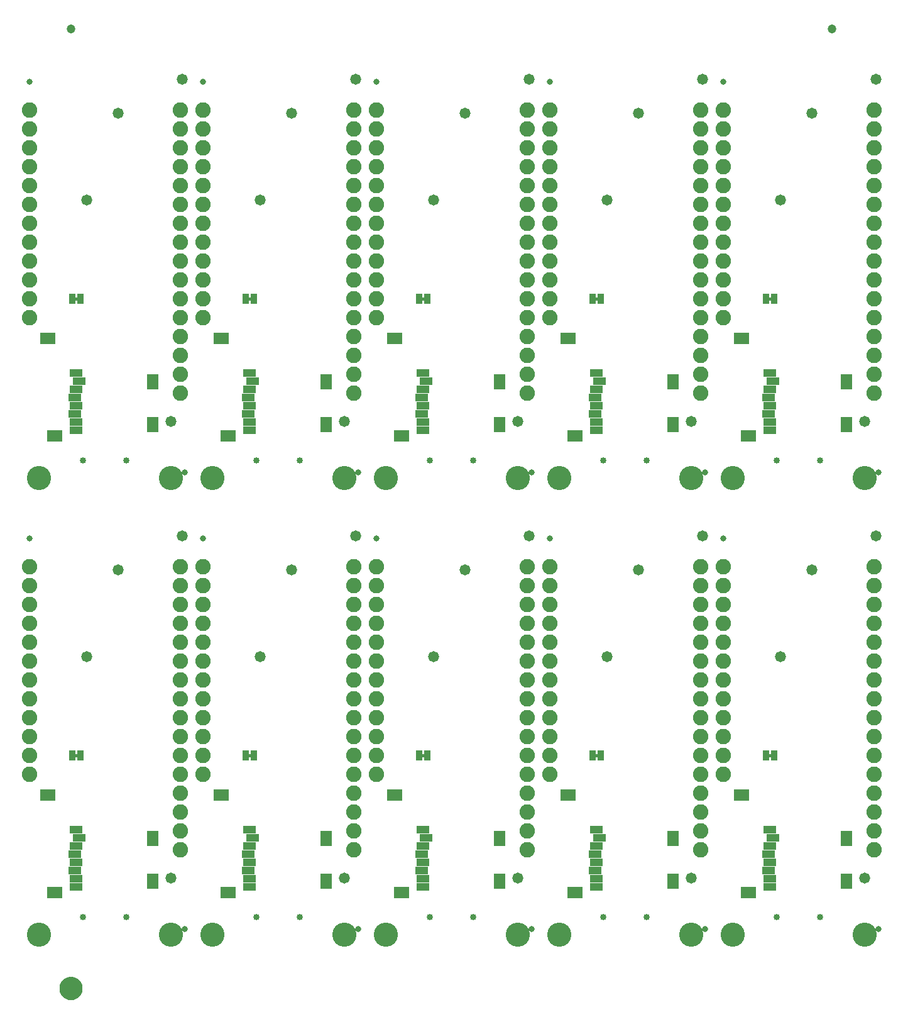
<source format=gbs>
G04 EAGLE Gerber RS-274X export*
G75*
%MOMM*%
%FSLAX34Y34*%
%LPD*%
%INSoldermask Bottom*%
%IPPOS*%
%AMOC8*
5,1,8,0,0,1.08239X$1,22.5*%
G01*
%ADD10C,0.838200*%
%ADD11C,1.473200*%
%ADD12C,3.251200*%
%ADD13C,2.082800*%
%ADD14C,0.853200*%
%ADD15R,0.863600X1.473200*%
%ADD16R,1.603200X2.003200*%
%ADD17R,2.103200X1.603200*%
%ADD18R,1.703200X1.003200*%
%ADD19C,1.203200*%
%ADD20C,1.270000*%
%ADD21C,1.703200*%

G36*
X1012890Y879487D02*
X1012890Y879487D01*
X1012956Y879489D01*
X1012999Y879507D01*
X1013046Y879515D01*
X1013103Y879549D01*
X1013163Y879574D01*
X1013198Y879605D01*
X1013239Y879630D01*
X1013281Y879681D01*
X1013329Y879725D01*
X1013351Y879767D01*
X1013380Y879804D01*
X1013401Y879866D01*
X1013432Y879925D01*
X1013440Y879979D01*
X1013452Y880016D01*
X1013451Y880056D01*
X1013459Y880110D01*
X1013459Y882650D01*
X1013448Y882715D01*
X1013446Y882781D01*
X1013428Y882824D01*
X1013420Y882871D01*
X1013386Y882928D01*
X1013361Y882988D01*
X1013330Y883023D01*
X1013305Y883064D01*
X1013254Y883106D01*
X1013210Y883154D01*
X1013168Y883176D01*
X1013131Y883205D01*
X1013069Y883226D01*
X1013010Y883257D01*
X1012956Y883265D01*
X1012919Y883277D01*
X1012879Y883276D01*
X1012825Y883284D01*
X1009015Y883284D01*
X1008950Y883273D01*
X1008884Y883271D01*
X1008841Y883253D01*
X1008794Y883245D01*
X1008737Y883211D01*
X1008677Y883186D01*
X1008642Y883155D01*
X1008601Y883130D01*
X1008560Y883079D01*
X1008511Y883035D01*
X1008489Y882993D01*
X1008460Y882956D01*
X1008439Y882894D01*
X1008408Y882835D01*
X1008400Y882781D01*
X1008388Y882744D01*
X1008388Y882741D01*
X1008389Y882704D01*
X1008381Y882650D01*
X1008381Y880110D01*
X1008392Y880045D01*
X1008394Y879979D01*
X1008412Y879936D01*
X1008420Y879889D01*
X1008454Y879832D01*
X1008479Y879772D01*
X1008510Y879737D01*
X1008535Y879696D01*
X1008586Y879655D01*
X1008630Y879606D01*
X1008672Y879584D01*
X1008709Y879555D01*
X1008771Y879534D01*
X1008830Y879503D01*
X1008884Y879495D01*
X1008921Y879483D01*
X1008961Y879484D01*
X1009015Y879476D01*
X1012825Y879476D01*
X1012890Y879487D01*
G37*
G36*
X779210Y879487D02*
X779210Y879487D01*
X779276Y879489D01*
X779319Y879507D01*
X779366Y879515D01*
X779423Y879549D01*
X779483Y879574D01*
X779518Y879605D01*
X779559Y879630D01*
X779601Y879681D01*
X779649Y879725D01*
X779671Y879767D01*
X779700Y879804D01*
X779721Y879866D01*
X779752Y879925D01*
X779760Y879979D01*
X779772Y880016D01*
X779771Y880056D01*
X779779Y880110D01*
X779779Y882650D01*
X779768Y882715D01*
X779766Y882781D01*
X779748Y882824D01*
X779740Y882871D01*
X779706Y882928D01*
X779681Y882988D01*
X779650Y883023D01*
X779625Y883064D01*
X779574Y883106D01*
X779530Y883154D01*
X779488Y883176D01*
X779451Y883205D01*
X779389Y883226D01*
X779330Y883257D01*
X779276Y883265D01*
X779239Y883277D01*
X779199Y883276D01*
X779145Y883284D01*
X775335Y883284D01*
X775270Y883273D01*
X775204Y883271D01*
X775161Y883253D01*
X775114Y883245D01*
X775057Y883211D01*
X774997Y883186D01*
X774962Y883155D01*
X774921Y883130D01*
X774880Y883079D01*
X774831Y883035D01*
X774809Y882993D01*
X774780Y882956D01*
X774759Y882894D01*
X774728Y882835D01*
X774720Y882781D01*
X774708Y882744D01*
X774708Y882741D01*
X774709Y882704D01*
X774701Y882650D01*
X774701Y880110D01*
X774712Y880045D01*
X774714Y879979D01*
X774732Y879936D01*
X774740Y879889D01*
X774774Y879832D01*
X774799Y879772D01*
X774830Y879737D01*
X774855Y879696D01*
X774906Y879655D01*
X774950Y879606D01*
X774992Y879584D01*
X775029Y879555D01*
X775091Y879534D01*
X775150Y879503D01*
X775204Y879495D01*
X775241Y879483D01*
X775281Y879484D01*
X775335Y879476D01*
X779145Y879476D01*
X779210Y879487D01*
G37*
G36*
X545530Y879487D02*
X545530Y879487D01*
X545596Y879489D01*
X545639Y879507D01*
X545686Y879515D01*
X545743Y879549D01*
X545803Y879574D01*
X545838Y879605D01*
X545879Y879630D01*
X545921Y879681D01*
X545969Y879725D01*
X545991Y879767D01*
X546020Y879804D01*
X546041Y879866D01*
X546072Y879925D01*
X546080Y879979D01*
X546092Y880016D01*
X546091Y880056D01*
X546099Y880110D01*
X546099Y882650D01*
X546088Y882715D01*
X546086Y882781D01*
X546068Y882824D01*
X546060Y882871D01*
X546026Y882928D01*
X546001Y882988D01*
X545970Y883023D01*
X545945Y883064D01*
X545894Y883106D01*
X545850Y883154D01*
X545808Y883176D01*
X545771Y883205D01*
X545709Y883226D01*
X545650Y883257D01*
X545596Y883265D01*
X545559Y883277D01*
X545519Y883276D01*
X545465Y883284D01*
X541655Y883284D01*
X541590Y883273D01*
X541524Y883271D01*
X541481Y883253D01*
X541434Y883245D01*
X541377Y883211D01*
X541317Y883186D01*
X541282Y883155D01*
X541241Y883130D01*
X541200Y883079D01*
X541151Y883035D01*
X541129Y882993D01*
X541100Y882956D01*
X541079Y882894D01*
X541048Y882835D01*
X541040Y882781D01*
X541028Y882744D01*
X541028Y882741D01*
X541029Y882704D01*
X541021Y882650D01*
X541021Y880110D01*
X541032Y880045D01*
X541034Y879979D01*
X541052Y879936D01*
X541060Y879889D01*
X541094Y879832D01*
X541119Y879772D01*
X541150Y879737D01*
X541175Y879696D01*
X541226Y879655D01*
X541270Y879606D01*
X541312Y879584D01*
X541349Y879555D01*
X541411Y879534D01*
X541470Y879503D01*
X541524Y879495D01*
X541561Y879483D01*
X541601Y879484D01*
X541655Y879476D01*
X545465Y879476D01*
X545530Y879487D01*
G37*
G36*
X311850Y879487D02*
X311850Y879487D01*
X311916Y879489D01*
X311959Y879507D01*
X312006Y879515D01*
X312063Y879549D01*
X312123Y879574D01*
X312158Y879605D01*
X312199Y879630D01*
X312241Y879681D01*
X312289Y879725D01*
X312311Y879767D01*
X312340Y879804D01*
X312361Y879866D01*
X312392Y879925D01*
X312400Y879979D01*
X312412Y880016D01*
X312411Y880056D01*
X312419Y880110D01*
X312419Y882650D01*
X312408Y882715D01*
X312406Y882781D01*
X312388Y882824D01*
X312380Y882871D01*
X312346Y882928D01*
X312321Y882988D01*
X312290Y883023D01*
X312265Y883064D01*
X312214Y883106D01*
X312170Y883154D01*
X312128Y883176D01*
X312091Y883205D01*
X312029Y883226D01*
X311970Y883257D01*
X311916Y883265D01*
X311879Y883277D01*
X311839Y883276D01*
X311785Y883284D01*
X307975Y883284D01*
X307910Y883273D01*
X307844Y883271D01*
X307801Y883253D01*
X307754Y883245D01*
X307697Y883211D01*
X307637Y883186D01*
X307602Y883155D01*
X307561Y883130D01*
X307520Y883079D01*
X307471Y883035D01*
X307449Y882993D01*
X307420Y882956D01*
X307399Y882894D01*
X307368Y882835D01*
X307360Y882781D01*
X307348Y882744D01*
X307348Y882741D01*
X307349Y882704D01*
X307341Y882650D01*
X307341Y880110D01*
X307352Y880045D01*
X307354Y879979D01*
X307372Y879936D01*
X307380Y879889D01*
X307414Y879832D01*
X307439Y879772D01*
X307470Y879737D01*
X307495Y879696D01*
X307546Y879655D01*
X307590Y879606D01*
X307632Y879584D01*
X307669Y879555D01*
X307731Y879534D01*
X307790Y879503D01*
X307844Y879495D01*
X307881Y879483D01*
X307921Y879484D01*
X307975Y879476D01*
X311785Y879476D01*
X311850Y879487D01*
G37*
G36*
X78170Y879487D02*
X78170Y879487D01*
X78236Y879489D01*
X78279Y879507D01*
X78326Y879515D01*
X78383Y879549D01*
X78443Y879574D01*
X78478Y879605D01*
X78519Y879630D01*
X78561Y879681D01*
X78609Y879725D01*
X78631Y879767D01*
X78660Y879804D01*
X78681Y879866D01*
X78712Y879925D01*
X78720Y879979D01*
X78732Y880016D01*
X78731Y880056D01*
X78739Y880110D01*
X78739Y882650D01*
X78728Y882715D01*
X78726Y882781D01*
X78708Y882824D01*
X78700Y882871D01*
X78666Y882928D01*
X78641Y882988D01*
X78610Y883023D01*
X78585Y883064D01*
X78534Y883106D01*
X78490Y883154D01*
X78448Y883176D01*
X78411Y883205D01*
X78349Y883226D01*
X78290Y883257D01*
X78236Y883265D01*
X78199Y883277D01*
X78159Y883276D01*
X78105Y883284D01*
X74295Y883284D01*
X74230Y883273D01*
X74164Y883271D01*
X74121Y883253D01*
X74074Y883245D01*
X74017Y883211D01*
X73957Y883186D01*
X73922Y883155D01*
X73881Y883130D01*
X73840Y883079D01*
X73791Y883035D01*
X73769Y882993D01*
X73740Y882956D01*
X73719Y882894D01*
X73688Y882835D01*
X73680Y882781D01*
X73668Y882744D01*
X73668Y882741D01*
X73669Y882704D01*
X73661Y882650D01*
X73661Y880110D01*
X73672Y880045D01*
X73674Y879979D01*
X73692Y879936D01*
X73700Y879889D01*
X73734Y879832D01*
X73759Y879772D01*
X73790Y879737D01*
X73815Y879696D01*
X73866Y879655D01*
X73910Y879606D01*
X73952Y879584D01*
X73989Y879555D01*
X74051Y879534D01*
X74110Y879503D01*
X74164Y879495D01*
X74201Y879483D01*
X74241Y879484D01*
X74295Y879476D01*
X78105Y879476D01*
X78170Y879487D01*
G37*
G36*
X1012890Y264807D02*
X1012890Y264807D01*
X1012956Y264809D01*
X1012999Y264827D01*
X1013046Y264835D01*
X1013103Y264869D01*
X1013163Y264894D01*
X1013198Y264925D01*
X1013239Y264950D01*
X1013281Y265001D01*
X1013329Y265045D01*
X1013351Y265087D01*
X1013380Y265124D01*
X1013401Y265186D01*
X1013432Y265245D01*
X1013440Y265299D01*
X1013452Y265336D01*
X1013451Y265376D01*
X1013459Y265430D01*
X1013459Y267970D01*
X1013448Y268035D01*
X1013446Y268101D01*
X1013428Y268144D01*
X1013420Y268191D01*
X1013386Y268248D01*
X1013361Y268308D01*
X1013330Y268343D01*
X1013305Y268384D01*
X1013254Y268426D01*
X1013210Y268474D01*
X1013168Y268496D01*
X1013131Y268525D01*
X1013069Y268546D01*
X1013010Y268577D01*
X1012956Y268585D01*
X1012919Y268597D01*
X1012879Y268596D01*
X1012825Y268604D01*
X1009015Y268604D01*
X1008950Y268593D01*
X1008884Y268591D01*
X1008841Y268573D01*
X1008794Y268565D01*
X1008737Y268531D01*
X1008677Y268506D01*
X1008642Y268475D01*
X1008601Y268450D01*
X1008560Y268399D01*
X1008511Y268355D01*
X1008489Y268313D01*
X1008460Y268276D01*
X1008439Y268214D01*
X1008408Y268155D01*
X1008400Y268101D01*
X1008388Y268064D01*
X1008388Y268061D01*
X1008389Y268024D01*
X1008381Y267970D01*
X1008381Y265430D01*
X1008392Y265365D01*
X1008394Y265299D01*
X1008412Y265256D01*
X1008420Y265209D01*
X1008454Y265152D01*
X1008479Y265092D01*
X1008510Y265057D01*
X1008535Y265016D01*
X1008586Y264975D01*
X1008630Y264926D01*
X1008672Y264904D01*
X1008709Y264875D01*
X1008771Y264854D01*
X1008830Y264823D01*
X1008884Y264815D01*
X1008921Y264803D01*
X1008961Y264804D01*
X1009015Y264796D01*
X1012825Y264796D01*
X1012890Y264807D01*
G37*
G36*
X779210Y264807D02*
X779210Y264807D01*
X779276Y264809D01*
X779319Y264827D01*
X779366Y264835D01*
X779423Y264869D01*
X779483Y264894D01*
X779518Y264925D01*
X779559Y264950D01*
X779601Y265001D01*
X779649Y265045D01*
X779671Y265087D01*
X779700Y265124D01*
X779721Y265186D01*
X779752Y265245D01*
X779760Y265299D01*
X779772Y265336D01*
X779771Y265376D01*
X779779Y265430D01*
X779779Y267970D01*
X779768Y268035D01*
X779766Y268101D01*
X779748Y268144D01*
X779740Y268191D01*
X779706Y268248D01*
X779681Y268308D01*
X779650Y268343D01*
X779625Y268384D01*
X779574Y268426D01*
X779530Y268474D01*
X779488Y268496D01*
X779451Y268525D01*
X779389Y268546D01*
X779330Y268577D01*
X779276Y268585D01*
X779239Y268597D01*
X779199Y268596D01*
X779145Y268604D01*
X775335Y268604D01*
X775270Y268593D01*
X775204Y268591D01*
X775161Y268573D01*
X775114Y268565D01*
X775057Y268531D01*
X774997Y268506D01*
X774962Y268475D01*
X774921Y268450D01*
X774880Y268399D01*
X774831Y268355D01*
X774809Y268313D01*
X774780Y268276D01*
X774759Y268214D01*
X774728Y268155D01*
X774720Y268101D01*
X774708Y268064D01*
X774708Y268061D01*
X774709Y268024D01*
X774701Y267970D01*
X774701Y265430D01*
X774712Y265365D01*
X774714Y265299D01*
X774732Y265256D01*
X774740Y265209D01*
X774774Y265152D01*
X774799Y265092D01*
X774830Y265057D01*
X774855Y265016D01*
X774906Y264975D01*
X774950Y264926D01*
X774992Y264904D01*
X775029Y264875D01*
X775091Y264854D01*
X775150Y264823D01*
X775204Y264815D01*
X775241Y264803D01*
X775281Y264804D01*
X775335Y264796D01*
X779145Y264796D01*
X779210Y264807D01*
G37*
G36*
X545530Y264807D02*
X545530Y264807D01*
X545596Y264809D01*
X545639Y264827D01*
X545686Y264835D01*
X545743Y264869D01*
X545803Y264894D01*
X545838Y264925D01*
X545879Y264950D01*
X545921Y265001D01*
X545969Y265045D01*
X545991Y265087D01*
X546020Y265124D01*
X546041Y265186D01*
X546072Y265245D01*
X546080Y265299D01*
X546092Y265336D01*
X546091Y265376D01*
X546099Y265430D01*
X546099Y267970D01*
X546088Y268035D01*
X546086Y268101D01*
X546068Y268144D01*
X546060Y268191D01*
X546026Y268248D01*
X546001Y268308D01*
X545970Y268343D01*
X545945Y268384D01*
X545894Y268426D01*
X545850Y268474D01*
X545808Y268496D01*
X545771Y268525D01*
X545709Y268546D01*
X545650Y268577D01*
X545596Y268585D01*
X545559Y268597D01*
X545519Y268596D01*
X545465Y268604D01*
X541655Y268604D01*
X541590Y268593D01*
X541524Y268591D01*
X541481Y268573D01*
X541434Y268565D01*
X541377Y268531D01*
X541317Y268506D01*
X541282Y268475D01*
X541241Y268450D01*
X541200Y268399D01*
X541151Y268355D01*
X541129Y268313D01*
X541100Y268276D01*
X541079Y268214D01*
X541048Y268155D01*
X541040Y268101D01*
X541028Y268064D01*
X541028Y268061D01*
X541029Y268024D01*
X541021Y267970D01*
X541021Y265430D01*
X541032Y265365D01*
X541034Y265299D01*
X541052Y265256D01*
X541060Y265209D01*
X541094Y265152D01*
X541119Y265092D01*
X541150Y265057D01*
X541175Y265016D01*
X541226Y264975D01*
X541270Y264926D01*
X541312Y264904D01*
X541349Y264875D01*
X541411Y264854D01*
X541470Y264823D01*
X541524Y264815D01*
X541561Y264803D01*
X541601Y264804D01*
X541655Y264796D01*
X545465Y264796D01*
X545530Y264807D01*
G37*
G36*
X311850Y264807D02*
X311850Y264807D01*
X311916Y264809D01*
X311959Y264827D01*
X312006Y264835D01*
X312063Y264869D01*
X312123Y264894D01*
X312158Y264925D01*
X312199Y264950D01*
X312241Y265001D01*
X312289Y265045D01*
X312311Y265087D01*
X312340Y265124D01*
X312361Y265186D01*
X312392Y265245D01*
X312400Y265299D01*
X312412Y265336D01*
X312411Y265376D01*
X312419Y265430D01*
X312419Y267970D01*
X312408Y268035D01*
X312406Y268101D01*
X312388Y268144D01*
X312380Y268191D01*
X312346Y268248D01*
X312321Y268308D01*
X312290Y268343D01*
X312265Y268384D01*
X312214Y268426D01*
X312170Y268474D01*
X312128Y268496D01*
X312091Y268525D01*
X312029Y268546D01*
X311970Y268577D01*
X311916Y268585D01*
X311879Y268597D01*
X311839Y268596D01*
X311785Y268604D01*
X307975Y268604D01*
X307910Y268593D01*
X307844Y268591D01*
X307801Y268573D01*
X307754Y268565D01*
X307697Y268531D01*
X307637Y268506D01*
X307602Y268475D01*
X307561Y268450D01*
X307520Y268399D01*
X307471Y268355D01*
X307449Y268313D01*
X307420Y268276D01*
X307399Y268214D01*
X307368Y268155D01*
X307360Y268101D01*
X307348Y268064D01*
X307348Y268061D01*
X307349Y268024D01*
X307341Y267970D01*
X307341Y265430D01*
X307352Y265365D01*
X307354Y265299D01*
X307372Y265256D01*
X307380Y265209D01*
X307414Y265152D01*
X307439Y265092D01*
X307470Y265057D01*
X307495Y265016D01*
X307546Y264975D01*
X307590Y264926D01*
X307632Y264904D01*
X307669Y264875D01*
X307731Y264854D01*
X307790Y264823D01*
X307844Y264815D01*
X307881Y264803D01*
X307921Y264804D01*
X307975Y264796D01*
X311785Y264796D01*
X311850Y264807D01*
G37*
G36*
X78170Y264807D02*
X78170Y264807D01*
X78236Y264809D01*
X78279Y264827D01*
X78326Y264835D01*
X78383Y264869D01*
X78443Y264894D01*
X78478Y264925D01*
X78519Y264950D01*
X78561Y265001D01*
X78609Y265045D01*
X78631Y265087D01*
X78660Y265124D01*
X78681Y265186D01*
X78712Y265245D01*
X78720Y265299D01*
X78732Y265336D01*
X78731Y265376D01*
X78739Y265430D01*
X78739Y267970D01*
X78728Y268035D01*
X78726Y268101D01*
X78708Y268144D01*
X78700Y268191D01*
X78666Y268248D01*
X78641Y268308D01*
X78610Y268343D01*
X78585Y268384D01*
X78534Y268426D01*
X78490Y268474D01*
X78448Y268496D01*
X78411Y268525D01*
X78349Y268546D01*
X78290Y268577D01*
X78236Y268585D01*
X78199Y268597D01*
X78159Y268596D01*
X78105Y268604D01*
X74295Y268604D01*
X74230Y268593D01*
X74164Y268591D01*
X74121Y268573D01*
X74074Y268565D01*
X74017Y268531D01*
X73957Y268506D01*
X73922Y268475D01*
X73881Y268450D01*
X73840Y268399D01*
X73791Y268355D01*
X73769Y268313D01*
X73740Y268276D01*
X73719Y268214D01*
X73688Y268155D01*
X73680Y268101D01*
X73668Y268064D01*
X73668Y268061D01*
X73669Y268024D01*
X73661Y267970D01*
X73661Y265430D01*
X73672Y265365D01*
X73674Y265299D01*
X73692Y265256D01*
X73700Y265209D01*
X73734Y265152D01*
X73759Y265092D01*
X73790Y265057D01*
X73815Y265016D01*
X73866Y264975D01*
X73910Y264926D01*
X73952Y264904D01*
X73989Y264875D01*
X74051Y264854D01*
X74110Y264823D01*
X74164Y264815D01*
X74201Y264803D01*
X74241Y264804D01*
X74295Y264796D01*
X78105Y264796D01*
X78170Y264807D01*
G37*
D10*
X12700Y558800D03*
X222250Y33020D03*
D11*
X203200Y101600D03*
D12*
X25400Y25400D03*
X203200Y25400D03*
D13*
X215900Y139700D03*
X215900Y165100D03*
X215900Y190500D03*
X215900Y215900D03*
X215900Y241300D03*
X215900Y266700D03*
X215900Y292100D03*
X215900Y317500D03*
X215900Y342900D03*
X215900Y368300D03*
X215900Y393700D03*
X215900Y419100D03*
X215900Y444500D03*
X215900Y469900D03*
X215900Y495300D03*
X215900Y520700D03*
X12700Y241300D03*
X12700Y266700D03*
X12700Y292100D03*
X12700Y317500D03*
X12700Y342900D03*
X12700Y368300D03*
X12700Y393700D03*
X12700Y419100D03*
X12700Y444500D03*
X12700Y469900D03*
X12700Y495300D03*
X12700Y520700D03*
D14*
X85400Y49050D03*
X143200Y49050D03*
D15*
X81407Y266700D03*
X70993Y266700D03*
D16*
X178880Y154970D03*
X178880Y97970D03*
D17*
X47380Y81970D03*
X37380Y213470D03*
D18*
X75880Y166870D03*
X79880Y155870D03*
X75880Y144870D03*
X73880Y133870D03*
X75880Y122870D03*
X73880Y111870D03*
X75880Y100870D03*
X75880Y89870D03*
D11*
X218440Y562610D03*
X132080Y516890D03*
X90170Y400050D03*
D10*
X246380Y558800D03*
X455930Y33020D03*
D11*
X436880Y101600D03*
D12*
X259080Y25400D03*
X436880Y25400D03*
D13*
X449580Y139700D03*
X449580Y165100D03*
X449580Y190500D03*
X449580Y215900D03*
X449580Y241300D03*
X449580Y266700D03*
X449580Y292100D03*
X449580Y317500D03*
X449580Y342900D03*
X449580Y368300D03*
X449580Y393700D03*
X449580Y419100D03*
X449580Y444500D03*
X449580Y469900D03*
X449580Y495300D03*
X449580Y520700D03*
X246380Y241300D03*
X246380Y266700D03*
X246380Y292100D03*
X246380Y317500D03*
X246380Y342900D03*
X246380Y368300D03*
X246380Y393700D03*
X246380Y419100D03*
X246380Y444500D03*
X246380Y469900D03*
X246380Y495300D03*
X246380Y520700D03*
D14*
X319080Y49050D03*
X376880Y49050D03*
D15*
X315087Y266700D03*
X304673Y266700D03*
D16*
X412560Y154970D03*
X412560Y97970D03*
D17*
X281060Y81970D03*
X271060Y213470D03*
D18*
X309560Y166870D03*
X313560Y155870D03*
X309560Y144870D03*
X307560Y133870D03*
X309560Y122870D03*
X307560Y111870D03*
X309560Y100870D03*
X309560Y89870D03*
D11*
X452120Y562610D03*
X365760Y516890D03*
X323850Y400050D03*
D10*
X480060Y558800D03*
X689610Y33020D03*
D11*
X670560Y101600D03*
D12*
X492760Y25400D03*
X670560Y25400D03*
D13*
X683260Y139700D03*
X683260Y165100D03*
X683260Y190500D03*
X683260Y215900D03*
X683260Y241300D03*
X683260Y266700D03*
X683260Y292100D03*
X683260Y317500D03*
X683260Y342900D03*
X683260Y368300D03*
X683260Y393700D03*
X683260Y419100D03*
X683260Y444500D03*
X683260Y469900D03*
X683260Y495300D03*
X683260Y520700D03*
X480060Y241300D03*
X480060Y266700D03*
X480060Y292100D03*
X480060Y317500D03*
X480060Y342900D03*
X480060Y368300D03*
X480060Y393700D03*
X480060Y419100D03*
X480060Y444500D03*
X480060Y469900D03*
X480060Y495300D03*
X480060Y520700D03*
D14*
X552760Y49050D03*
X610560Y49050D03*
D15*
X548767Y266700D03*
X538353Y266700D03*
D16*
X646240Y154970D03*
X646240Y97970D03*
D17*
X514740Y81970D03*
X504740Y213470D03*
D18*
X543240Y166870D03*
X547240Y155870D03*
X543240Y144870D03*
X541240Y133870D03*
X543240Y122870D03*
X541240Y111870D03*
X543240Y100870D03*
X543240Y89870D03*
D11*
X685800Y562610D03*
X599440Y516890D03*
X557530Y400050D03*
D10*
X713740Y558800D03*
X923290Y33020D03*
D11*
X904240Y101600D03*
D12*
X726440Y25400D03*
X904240Y25400D03*
D13*
X916940Y139700D03*
X916940Y165100D03*
X916940Y190500D03*
X916940Y215900D03*
X916940Y241300D03*
X916940Y266700D03*
X916940Y292100D03*
X916940Y317500D03*
X916940Y342900D03*
X916940Y368300D03*
X916940Y393700D03*
X916940Y419100D03*
X916940Y444500D03*
X916940Y469900D03*
X916940Y495300D03*
X916940Y520700D03*
X713740Y241300D03*
X713740Y266700D03*
X713740Y292100D03*
X713740Y317500D03*
X713740Y342900D03*
X713740Y368300D03*
X713740Y393700D03*
X713740Y419100D03*
X713740Y444500D03*
X713740Y469900D03*
X713740Y495300D03*
X713740Y520700D03*
D14*
X786440Y49050D03*
X844240Y49050D03*
D15*
X782447Y266700D03*
X772033Y266700D03*
D16*
X879920Y154970D03*
X879920Y97970D03*
D17*
X748420Y81970D03*
X738420Y213470D03*
D18*
X776920Y166870D03*
X780920Y155870D03*
X776920Y144870D03*
X774920Y133870D03*
X776920Y122870D03*
X774920Y111870D03*
X776920Y100870D03*
X776920Y89870D03*
D11*
X919480Y562610D03*
X833120Y516890D03*
X791210Y400050D03*
D10*
X947420Y558800D03*
X1156970Y33020D03*
D11*
X1137920Y101600D03*
D12*
X960120Y25400D03*
X1137920Y25400D03*
D13*
X1150620Y139700D03*
X1150620Y165100D03*
X1150620Y190500D03*
X1150620Y215900D03*
X1150620Y241300D03*
X1150620Y266700D03*
X1150620Y292100D03*
X1150620Y317500D03*
X1150620Y342900D03*
X1150620Y368300D03*
X1150620Y393700D03*
X1150620Y419100D03*
X1150620Y444500D03*
X1150620Y469900D03*
X1150620Y495300D03*
X1150620Y520700D03*
X947420Y241300D03*
X947420Y266700D03*
X947420Y292100D03*
X947420Y317500D03*
X947420Y342900D03*
X947420Y368300D03*
X947420Y393700D03*
X947420Y419100D03*
X947420Y444500D03*
X947420Y469900D03*
X947420Y495300D03*
X947420Y520700D03*
D14*
X1020120Y49050D03*
X1077920Y49050D03*
D15*
X1016127Y266700D03*
X1005713Y266700D03*
D16*
X1113600Y154970D03*
X1113600Y97970D03*
D17*
X982100Y81970D03*
X972100Y213470D03*
D18*
X1010600Y166870D03*
X1014600Y155870D03*
X1010600Y144870D03*
X1008600Y133870D03*
X1010600Y122870D03*
X1008600Y111870D03*
X1010600Y100870D03*
X1010600Y89870D03*
D11*
X1153160Y562610D03*
X1066800Y516890D03*
X1024890Y400050D03*
D10*
X12700Y1173480D03*
X222250Y647700D03*
D11*
X203200Y716280D03*
D12*
X25400Y640080D03*
X203200Y640080D03*
D13*
X215900Y754380D03*
X215900Y779780D03*
X215900Y805180D03*
X215900Y830580D03*
X215900Y855980D03*
X215900Y881380D03*
X215900Y906780D03*
X215900Y932180D03*
X215900Y957580D03*
X215900Y982980D03*
X215900Y1008380D03*
X215900Y1033780D03*
X215900Y1059180D03*
X215900Y1084580D03*
X215900Y1109980D03*
X215900Y1135380D03*
X12700Y855980D03*
X12700Y881380D03*
X12700Y906780D03*
X12700Y932180D03*
X12700Y957580D03*
X12700Y982980D03*
X12700Y1008380D03*
X12700Y1033780D03*
X12700Y1059180D03*
X12700Y1084580D03*
X12700Y1109980D03*
X12700Y1135380D03*
D14*
X85400Y663730D03*
X143200Y663730D03*
D15*
X81407Y881380D03*
X70993Y881380D03*
D16*
X178880Y769650D03*
X178880Y712650D03*
D17*
X47380Y696650D03*
X37380Y828150D03*
D18*
X75880Y781550D03*
X79880Y770550D03*
X75880Y759550D03*
X73880Y748550D03*
X75880Y737550D03*
X73880Y726550D03*
X75880Y715550D03*
X75880Y704550D03*
D11*
X218440Y1177290D03*
X132080Y1131570D03*
X90170Y1014730D03*
D10*
X246380Y1173480D03*
X455930Y647700D03*
D11*
X436880Y716280D03*
D12*
X259080Y640080D03*
X436880Y640080D03*
D13*
X449580Y754380D03*
X449580Y779780D03*
X449580Y805180D03*
X449580Y830580D03*
X449580Y855980D03*
X449580Y881380D03*
X449580Y906780D03*
X449580Y932180D03*
X449580Y957580D03*
X449580Y982980D03*
X449580Y1008380D03*
X449580Y1033780D03*
X449580Y1059180D03*
X449580Y1084580D03*
X449580Y1109980D03*
X449580Y1135380D03*
X246380Y855980D03*
X246380Y881380D03*
X246380Y906780D03*
X246380Y932180D03*
X246380Y957580D03*
X246380Y982980D03*
X246380Y1008380D03*
X246380Y1033780D03*
X246380Y1059180D03*
X246380Y1084580D03*
X246380Y1109980D03*
X246380Y1135380D03*
D14*
X319080Y663730D03*
X376880Y663730D03*
D15*
X315087Y881380D03*
X304673Y881380D03*
D16*
X412560Y769650D03*
X412560Y712650D03*
D17*
X281060Y696650D03*
X271060Y828150D03*
D18*
X309560Y781550D03*
X313560Y770550D03*
X309560Y759550D03*
X307560Y748550D03*
X309560Y737550D03*
X307560Y726550D03*
X309560Y715550D03*
X309560Y704550D03*
D11*
X452120Y1177290D03*
X365760Y1131570D03*
X323850Y1014730D03*
D10*
X480060Y1173480D03*
X689610Y647700D03*
D11*
X670560Y716280D03*
D12*
X492760Y640080D03*
X670560Y640080D03*
D13*
X683260Y754380D03*
X683260Y779780D03*
X683260Y805180D03*
X683260Y830580D03*
X683260Y855980D03*
X683260Y881380D03*
X683260Y906780D03*
X683260Y932180D03*
X683260Y957580D03*
X683260Y982980D03*
X683260Y1008380D03*
X683260Y1033780D03*
X683260Y1059180D03*
X683260Y1084580D03*
X683260Y1109980D03*
X683260Y1135380D03*
X480060Y855980D03*
X480060Y881380D03*
X480060Y906780D03*
X480060Y932180D03*
X480060Y957580D03*
X480060Y982980D03*
X480060Y1008380D03*
X480060Y1033780D03*
X480060Y1059180D03*
X480060Y1084580D03*
X480060Y1109980D03*
X480060Y1135380D03*
D14*
X552760Y663730D03*
X610560Y663730D03*
D15*
X548767Y881380D03*
X538353Y881380D03*
D16*
X646240Y769650D03*
X646240Y712650D03*
D17*
X514740Y696650D03*
X504740Y828150D03*
D18*
X543240Y781550D03*
X547240Y770550D03*
X543240Y759550D03*
X541240Y748550D03*
X543240Y737550D03*
X541240Y726550D03*
X543240Y715550D03*
X543240Y704550D03*
D11*
X685800Y1177290D03*
X599440Y1131570D03*
X557530Y1014730D03*
D10*
X713740Y1173480D03*
X923290Y647700D03*
D11*
X904240Y716280D03*
D12*
X726440Y640080D03*
X904240Y640080D03*
D13*
X916940Y754380D03*
X916940Y779780D03*
X916940Y805180D03*
X916940Y830580D03*
X916940Y855980D03*
X916940Y881380D03*
X916940Y906780D03*
X916940Y932180D03*
X916940Y957580D03*
X916940Y982980D03*
X916940Y1008380D03*
X916940Y1033780D03*
X916940Y1059180D03*
X916940Y1084580D03*
X916940Y1109980D03*
X916940Y1135380D03*
X713740Y855980D03*
X713740Y881380D03*
X713740Y906780D03*
X713740Y932180D03*
X713740Y957580D03*
X713740Y982980D03*
X713740Y1008380D03*
X713740Y1033780D03*
X713740Y1059180D03*
X713740Y1084580D03*
X713740Y1109980D03*
X713740Y1135380D03*
D14*
X786440Y663730D03*
X844240Y663730D03*
D15*
X782447Y881380D03*
X772033Y881380D03*
D16*
X879920Y769650D03*
X879920Y712650D03*
D17*
X748420Y696650D03*
X738420Y828150D03*
D18*
X776920Y781550D03*
X780920Y770550D03*
X776920Y759550D03*
X774920Y748550D03*
X776920Y737550D03*
X774920Y726550D03*
X776920Y715550D03*
X776920Y704550D03*
D11*
X919480Y1177290D03*
X833120Y1131570D03*
X791210Y1014730D03*
D10*
X947420Y1173480D03*
X1156970Y647700D03*
D11*
X1137920Y716280D03*
D12*
X960120Y640080D03*
X1137920Y640080D03*
D13*
X1150620Y754380D03*
X1150620Y779780D03*
X1150620Y805180D03*
X1150620Y830580D03*
X1150620Y855980D03*
X1150620Y881380D03*
X1150620Y906780D03*
X1150620Y932180D03*
X1150620Y957580D03*
X1150620Y982980D03*
X1150620Y1008380D03*
X1150620Y1033780D03*
X1150620Y1059180D03*
X1150620Y1084580D03*
X1150620Y1109980D03*
X1150620Y1135380D03*
X947420Y855980D03*
X947420Y881380D03*
X947420Y906780D03*
X947420Y932180D03*
X947420Y957580D03*
X947420Y982980D03*
X947420Y1008380D03*
X947420Y1033780D03*
X947420Y1059180D03*
X947420Y1084580D03*
X947420Y1109980D03*
X947420Y1135380D03*
D14*
X1020120Y663730D03*
X1077920Y663730D03*
D15*
X1016127Y881380D03*
X1005713Y881380D03*
D16*
X1113600Y769650D03*
X1113600Y712650D03*
D17*
X982100Y696650D03*
X972100Y828150D03*
D18*
X1010600Y781550D03*
X1014600Y770550D03*
X1010600Y759550D03*
X1008600Y748550D03*
X1010600Y737550D03*
X1008600Y726550D03*
X1010600Y715550D03*
X1010600Y704550D03*
D11*
X1153160Y1177290D03*
X1066800Y1131570D03*
X1024890Y1014730D03*
D19*
X68580Y1245235D03*
X1094105Y1245235D03*
D20*
X59525Y-46355D02*
X59528Y-46133D01*
X59536Y-45911D01*
X59550Y-45689D01*
X59569Y-45467D01*
X59593Y-45247D01*
X59623Y-45026D01*
X59658Y-44807D01*
X59699Y-44588D01*
X59745Y-44371D01*
X59796Y-44155D01*
X59853Y-43940D01*
X59915Y-43726D01*
X59982Y-43515D01*
X60054Y-43304D01*
X60132Y-43096D01*
X60214Y-42890D01*
X60302Y-42686D01*
X60394Y-42483D01*
X60492Y-42284D01*
X60594Y-42087D01*
X60701Y-41892D01*
X60813Y-41700D01*
X60930Y-41511D01*
X61051Y-41324D01*
X61177Y-41141D01*
X61307Y-40961D01*
X61442Y-40784D01*
X61580Y-40611D01*
X61723Y-40441D01*
X61871Y-40274D01*
X62022Y-40111D01*
X62177Y-39952D01*
X62336Y-39797D01*
X62499Y-39646D01*
X62666Y-39498D01*
X62836Y-39355D01*
X63009Y-39217D01*
X63186Y-39082D01*
X63366Y-38952D01*
X63549Y-38826D01*
X63736Y-38705D01*
X63925Y-38588D01*
X64117Y-38476D01*
X64312Y-38369D01*
X64509Y-38267D01*
X64708Y-38169D01*
X64911Y-38077D01*
X65115Y-37989D01*
X65321Y-37907D01*
X65529Y-37829D01*
X65740Y-37757D01*
X65951Y-37690D01*
X66165Y-37628D01*
X66380Y-37571D01*
X66596Y-37520D01*
X66813Y-37474D01*
X67032Y-37433D01*
X67251Y-37398D01*
X67472Y-37368D01*
X67692Y-37344D01*
X67914Y-37325D01*
X68136Y-37311D01*
X68358Y-37303D01*
X68580Y-37300D01*
X68802Y-37303D01*
X69024Y-37311D01*
X69246Y-37325D01*
X69468Y-37344D01*
X69688Y-37368D01*
X69909Y-37398D01*
X70128Y-37433D01*
X70347Y-37474D01*
X70564Y-37520D01*
X70780Y-37571D01*
X70995Y-37628D01*
X71209Y-37690D01*
X71420Y-37757D01*
X71631Y-37829D01*
X71839Y-37907D01*
X72045Y-37989D01*
X72249Y-38077D01*
X72452Y-38169D01*
X72651Y-38267D01*
X72848Y-38369D01*
X73043Y-38476D01*
X73235Y-38588D01*
X73424Y-38705D01*
X73611Y-38826D01*
X73794Y-38952D01*
X73974Y-39082D01*
X74151Y-39217D01*
X74324Y-39355D01*
X74494Y-39498D01*
X74661Y-39646D01*
X74824Y-39797D01*
X74983Y-39952D01*
X75138Y-40111D01*
X75289Y-40274D01*
X75437Y-40441D01*
X75580Y-40611D01*
X75718Y-40784D01*
X75853Y-40961D01*
X75983Y-41141D01*
X76109Y-41324D01*
X76230Y-41511D01*
X76347Y-41700D01*
X76459Y-41892D01*
X76566Y-42087D01*
X76668Y-42284D01*
X76766Y-42483D01*
X76858Y-42686D01*
X76946Y-42890D01*
X77028Y-43096D01*
X77106Y-43304D01*
X77178Y-43515D01*
X77245Y-43726D01*
X77307Y-43940D01*
X77364Y-44155D01*
X77415Y-44371D01*
X77461Y-44588D01*
X77502Y-44807D01*
X77537Y-45026D01*
X77567Y-45247D01*
X77591Y-45467D01*
X77610Y-45689D01*
X77624Y-45911D01*
X77632Y-46133D01*
X77635Y-46355D01*
X77632Y-46577D01*
X77624Y-46799D01*
X77610Y-47021D01*
X77591Y-47243D01*
X77567Y-47463D01*
X77537Y-47684D01*
X77502Y-47903D01*
X77461Y-48122D01*
X77415Y-48339D01*
X77364Y-48555D01*
X77307Y-48770D01*
X77245Y-48984D01*
X77178Y-49195D01*
X77106Y-49406D01*
X77028Y-49614D01*
X76946Y-49820D01*
X76858Y-50024D01*
X76766Y-50227D01*
X76668Y-50426D01*
X76566Y-50623D01*
X76459Y-50818D01*
X76347Y-51010D01*
X76230Y-51199D01*
X76109Y-51386D01*
X75983Y-51569D01*
X75853Y-51749D01*
X75718Y-51926D01*
X75580Y-52099D01*
X75437Y-52269D01*
X75289Y-52436D01*
X75138Y-52599D01*
X74983Y-52758D01*
X74824Y-52913D01*
X74661Y-53064D01*
X74494Y-53212D01*
X74324Y-53355D01*
X74151Y-53493D01*
X73974Y-53628D01*
X73794Y-53758D01*
X73611Y-53884D01*
X73424Y-54005D01*
X73235Y-54122D01*
X73043Y-54234D01*
X72848Y-54341D01*
X72651Y-54443D01*
X72452Y-54541D01*
X72249Y-54633D01*
X72045Y-54721D01*
X71839Y-54803D01*
X71631Y-54881D01*
X71420Y-54953D01*
X71209Y-55020D01*
X70995Y-55082D01*
X70780Y-55139D01*
X70564Y-55190D01*
X70347Y-55236D01*
X70128Y-55277D01*
X69909Y-55312D01*
X69688Y-55342D01*
X69468Y-55366D01*
X69246Y-55385D01*
X69024Y-55399D01*
X68802Y-55407D01*
X68580Y-55410D01*
X68358Y-55407D01*
X68136Y-55399D01*
X67914Y-55385D01*
X67692Y-55366D01*
X67472Y-55342D01*
X67251Y-55312D01*
X67032Y-55277D01*
X66813Y-55236D01*
X66596Y-55190D01*
X66380Y-55139D01*
X66165Y-55082D01*
X65951Y-55020D01*
X65740Y-54953D01*
X65529Y-54881D01*
X65321Y-54803D01*
X65115Y-54721D01*
X64911Y-54633D01*
X64708Y-54541D01*
X64509Y-54443D01*
X64312Y-54341D01*
X64117Y-54234D01*
X63925Y-54122D01*
X63736Y-54005D01*
X63549Y-53884D01*
X63366Y-53758D01*
X63186Y-53628D01*
X63009Y-53493D01*
X62836Y-53355D01*
X62666Y-53212D01*
X62499Y-53064D01*
X62336Y-52913D01*
X62177Y-52758D01*
X62022Y-52599D01*
X61871Y-52436D01*
X61723Y-52269D01*
X61580Y-52099D01*
X61442Y-51926D01*
X61307Y-51749D01*
X61177Y-51569D01*
X61051Y-51386D01*
X60930Y-51199D01*
X60813Y-51010D01*
X60701Y-50818D01*
X60594Y-50623D01*
X60492Y-50426D01*
X60394Y-50227D01*
X60302Y-50024D01*
X60214Y-49820D01*
X60132Y-49614D01*
X60054Y-49406D01*
X59982Y-49195D01*
X59915Y-48984D01*
X59853Y-48770D01*
X59796Y-48555D01*
X59745Y-48339D01*
X59699Y-48122D01*
X59658Y-47903D01*
X59623Y-47684D01*
X59593Y-47463D01*
X59569Y-47243D01*
X59550Y-47021D01*
X59536Y-46799D01*
X59528Y-46577D01*
X59525Y-46355D01*
D21*
X68580Y-46355D03*
M02*

</source>
